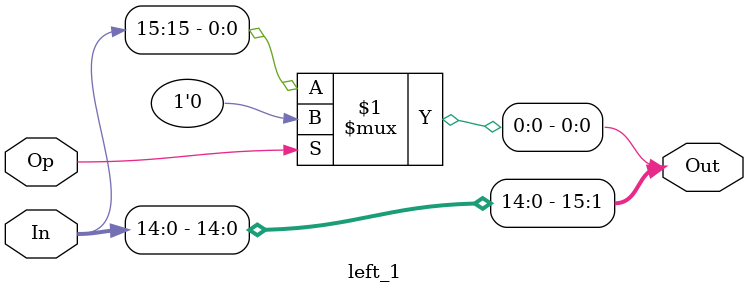
<source format=v>
/*
    shift left/rotate left 1 bit
 */
module left_1 (In, Op, Out);
    parameter   N = 16;
    
    input [N-1:0]  In;
    input Op;
    output [N-1:0] Out;
    
    assign Out[0] = Op ? 1'b0 : In[15];
    assign Out[15:1] = In[14:0];
endmodule
</source>
